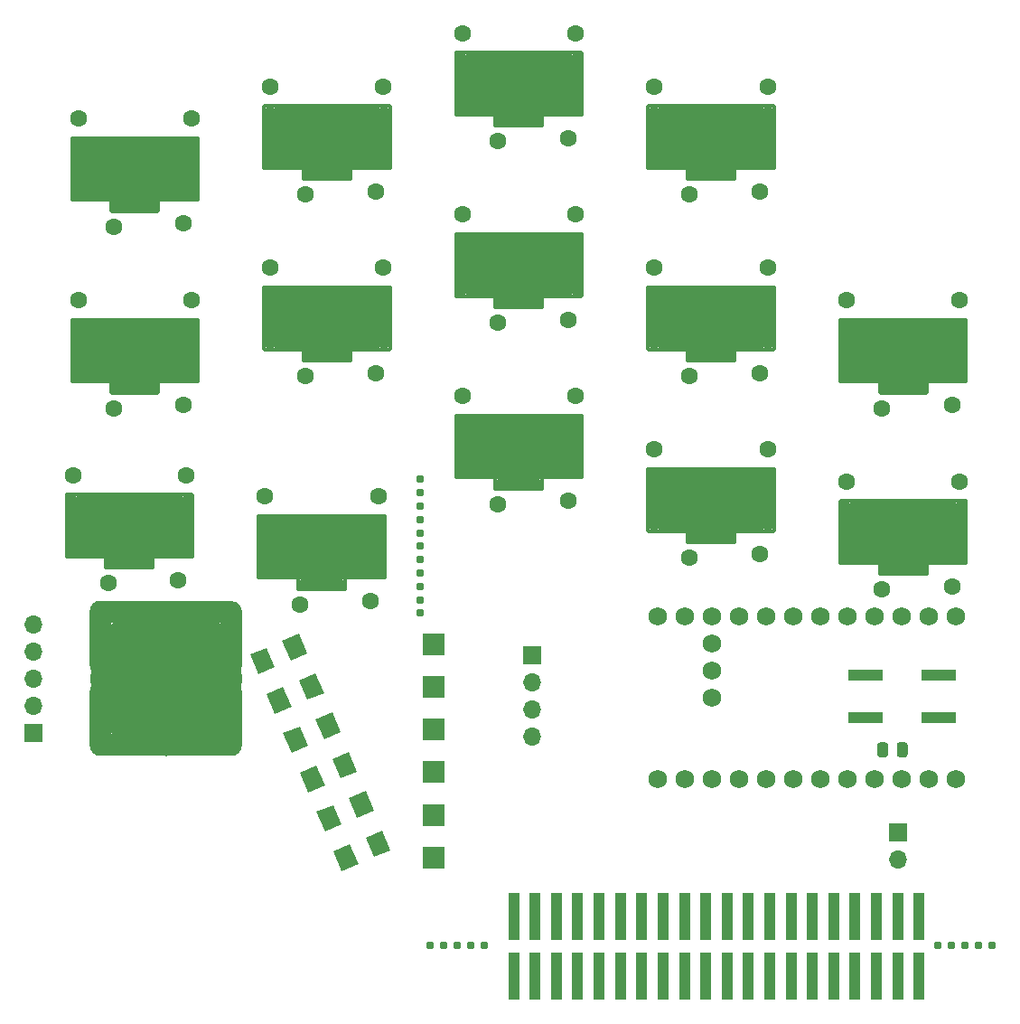
<source format=gbr>
%TF.GenerationSoftware,KiCad,Pcbnew,5.1.8*%
%TF.CreationDate,2020-12-03T05:05:08-06:00*%
%TF.ProjectId,fistion,66697374-696f-46e2-9e6b-696361645f70,rev?*%
%TF.SameCoordinates,Original*%
%TF.FileFunction,Soldermask,Top*%
%TF.FilePolarity,Negative*%
%FSLAX46Y46*%
G04 Gerber Fmt 4.6, Leading zero omitted, Abs format (unit mm)*
G04 Created by KiCad (PCBNEW 5.1.8) date 2020-12-03 05:05:08*
%MOMM*%
%LPD*%
G01*
G04 APERTURE LIST*
%ADD10O,1.700000X1.700000*%
%ADD11R,1.700000X1.700000*%
%ADD12O,2.000000X7.000000*%
%ADD13O,14.200000X2.000000*%
%ADD14O,14.200000X14.500000*%
%ADD15R,2.000000X2.000000*%
%ADD16C,0.100000*%
%ADD17C,0.787400*%
%ADD18C,1.600000*%
%ADD19O,11.850000X5.900000*%
%ADD20O,1.000000X5.900000*%
%ADD21O,12.100000X0.300000*%
%ADD22O,0.300000X6.100000*%
%ADD23O,4.700000X0.300000*%
%ADD24O,0.300000X1.200000*%
%ADD25O,4.700000X1.000000*%
%ADD26R,3.200000X1.000000*%
%ADD27R,1.000000X4.400000*%
%ADD28C,1.752600*%
G04 APERTURE END LIST*
D10*
%TO.C,J5*%
X69490000Y-88240000D03*
D11*
X69490000Y-90780000D03*
D10*
X69490000Y-85700000D03*
X69490000Y-83160000D03*
X69490000Y-80620000D03*
D12*
X88000000Y-89450000D03*
X88000000Y-82000000D03*
X75800000Y-89450000D03*
X75800000Y-81950000D03*
D13*
X81900000Y-79450000D03*
X81900000Y-91950000D03*
D14*
X81900000Y-85700000D03*
%TD*%
D10*
%TO.C,J1*%
X116200000Y-86040000D03*
X116200000Y-88580000D03*
X116200000Y-91120000D03*
D11*
X116200000Y-83500000D03*
%TD*%
D15*
%TO.C,J3*%
X107000000Y-82500000D03*
X107000000Y-86500000D03*
X107000000Y-90500000D03*
X107000000Y-94500000D03*
X107000000Y-98500000D03*
X107000000Y-102500000D03*
%TD*%
D16*
%TO.C,J2*%
G36*
X92120872Y-84667699D02*
G01*
X90556014Y-85331942D01*
X89774552Y-83490933D01*
X91339410Y-82826690D01*
X92120872Y-84667699D01*
G37*
G36*
X92812218Y-82201520D02*
G01*
X94377076Y-81537277D01*
X95158538Y-83378286D01*
X93593680Y-84042529D01*
X92812218Y-82201520D01*
G37*
G36*
X93683796Y-88349718D02*
G01*
X92118938Y-89013961D01*
X91337476Y-87172952D01*
X92902334Y-86508709D01*
X93683796Y-88349718D01*
G37*
G36*
X94375142Y-85883540D02*
G01*
X95940000Y-85219297D01*
X96721462Y-87060306D01*
X95156604Y-87724549D01*
X94375142Y-85883540D01*
G37*
G36*
X95246721Y-92031738D02*
G01*
X93681863Y-92695981D01*
X92900401Y-90854972D01*
X94465259Y-90190729D01*
X95246721Y-92031738D01*
G37*
G36*
X95938067Y-89565559D02*
G01*
X97502925Y-88901316D01*
X98284387Y-90742325D01*
X96719529Y-91406568D01*
X95938067Y-89565559D01*
G37*
G36*
X96809645Y-95713757D02*
G01*
X95244787Y-96378000D01*
X94463325Y-94536991D01*
X96028183Y-93872748D01*
X96809645Y-95713757D01*
G37*
G36*
X97500991Y-93247578D02*
G01*
X99065849Y-92583335D01*
X99847311Y-94424344D01*
X98282453Y-95088587D01*
X97500991Y-93247578D01*
G37*
G36*
X98372570Y-99395776D02*
G01*
X96807712Y-100060019D01*
X96026250Y-98219010D01*
X97591108Y-97554767D01*
X98372570Y-99395776D01*
G37*
G36*
X99063916Y-96929598D02*
G01*
X100628774Y-96265355D01*
X101410236Y-98106364D01*
X99845378Y-98770607D01*
X99063916Y-96929598D01*
G37*
G36*
X100626840Y-100611617D02*
G01*
X102191698Y-99947374D01*
X102973160Y-101788383D01*
X101408302Y-102452626D01*
X100626840Y-100611617D01*
G37*
G36*
X99935494Y-103077796D02*
G01*
X98370636Y-103742039D01*
X97589174Y-101901030D01*
X99154032Y-101236787D01*
X99935494Y-103077796D01*
G37*
%TD*%
D10*
%TO.C,J4*%
X150500000Y-102640000D03*
D11*
X150500000Y-100100000D03*
%TD*%
D17*
%TO.C,REF\u002A\u002A*%
X105754000Y-79600000D03*
%TD*%
%TO.C,REF\u002A\u002A*%
X106660000Y-110746000D03*
X107930000Y-110746000D03*
X111740000Y-110746000D03*
X110470000Y-110746000D03*
X109200000Y-110746000D03*
%TD*%
%TO.C,REF\u002A\u002A*%
X154220000Y-110746000D03*
X155490000Y-110746000D03*
X159300000Y-110746000D03*
X158030000Y-110746000D03*
X156760000Y-110746000D03*
%TD*%
%TO.C,REF\u002A\u002A*%
X105754000Y-73300000D03*
X105754000Y-74570000D03*
X105754000Y-78380000D03*
X105754000Y-77110000D03*
X105754000Y-75840000D03*
%TD*%
%TO.C,REF\u002A\u002A*%
X105754000Y-67000000D03*
X105754000Y-68270000D03*
X105754000Y-72080000D03*
X105754000Y-70810000D03*
X105754000Y-69540000D03*
%TD*%
D18*
%TO.C,KEY13*%
X73200000Y-66650000D03*
X83800000Y-66650000D03*
X76500000Y-76800000D03*
X83080000Y-76500000D03*
D19*
X78500000Y-71400000D03*
D20*
X73140000Y-71400000D03*
D21*
X78500000Y-68500000D03*
X78500000Y-74300000D03*
D22*
X84400000Y-71400000D03*
X72600000Y-71400000D03*
D20*
X73910000Y-71400000D03*
X74300000Y-71400000D03*
X82700000Y-71400000D03*
X83090000Y-71400000D03*
X83860000Y-71400000D03*
D23*
X78500000Y-75350000D03*
D24*
X80700000Y-74900000D03*
X76300000Y-74900000D03*
D25*
X78500000Y-74900000D03*
%TD*%
D18*
%TO.C,KEY9*%
X127700000Y-47250000D03*
X138300000Y-47250000D03*
X131000000Y-57400000D03*
X137580000Y-57100000D03*
D19*
X133000000Y-52000000D03*
D20*
X127640000Y-52000000D03*
D21*
X133000000Y-49100000D03*
X133000000Y-54900000D03*
D22*
X138900000Y-52000000D03*
X127100000Y-52000000D03*
D20*
X128410000Y-52000000D03*
X128800000Y-52000000D03*
X137200000Y-52000000D03*
X137590000Y-52000000D03*
X138360000Y-52000000D03*
D23*
X133000000Y-55950000D03*
D24*
X135200000Y-55500000D03*
X130800000Y-55500000D03*
D25*
X133000000Y-55500000D03*
%TD*%
D18*
%TO.C,KEY12*%
X127700000Y-64250000D03*
X138300000Y-64250000D03*
X131000000Y-74400000D03*
X137580000Y-74100000D03*
D19*
X133000000Y-69000000D03*
D20*
X127640000Y-69000000D03*
D21*
X133000000Y-66100000D03*
X133000000Y-71900000D03*
D22*
X138900000Y-69000000D03*
X127100000Y-69000000D03*
D20*
X128410000Y-69000000D03*
X128800000Y-69000000D03*
X137200000Y-69000000D03*
X137590000Y-69000000D03*
X138360000Y-69000000D03*
D23*
X133000000Y-72950000D03*
D24*
X135200000Y-72500000D03*
X130800000Y-72500000D03*
D25*
X133000000Y-72500000D03*
%TD*%
D18*
%TO.C,KEY14*%
X91200000Y-68650000D03*
X101800000Y-68650000D03*
X94500000Y-78800000D03*
X101080000Y-78500000D03*
D19*
X96500000Y-73400000D03*
D20*
X91140000Y-73400000D03*
D21*
X96500000Y-70500000D03*
X96500000Y-76300000D03*
D22*
X102400000Y-73400000D03*
X90600000Y-73400000D03*
D20*
X91910000Y-73400000D03*
X92300000Y-73400000D03*
X100700000Y-73400000D03*
X101090000Y-73400000D03*
X101860000Y-73400000D03*
D23*
X96500000Y-77350000D03*
D24*
X98700000Y-76900000D03*
X94300000Y-76900000D03*
D25*
X96500000Y-76900000D03*
%TD*%
D18*
%TO.C,KEY11*%
X109700000Y-59250000D03*
X120300000Y-59250000D03*
X113000000Y-69400000D03*
X119580000Y-69100000D03*
D19*
X115000000Y-64000000D03*
D20*
X109640000Y-64000000D03*
D21*
X115000000Y-61100000D03*
X115000000Y-66900000D03*
D22*
X120900000Y-64000000D03*
X109100000Y-64000000D03*
D20*
X110410000Y-64000000D03*
X110800000Y-64000000D03*
X119200000Y-64000000D03*
X119590000Y-64000000D03*
X120360000Y-64000000D03*
D23*
X115000000Y-67950000D03*
D24*
X117200000Y-67500000D03*
X112800000Y-67500000D03*
D25*
X115000000Y-67500000D03*
%TD*%
D26*
%TO.C,PUSH2*%
X147500000Y-85400000D03*
X154300000Y-85400000D03*
X154300000Y-89400000D03*
X147500000Y-89400000D03*
%TD*%
D18*
%TO.C,KEY6*%
X73700000Y-50250000D03*
X84300000Y-50250000D03*
X77000000Y-60400000D03*
X83580000Y-60100000D03*
D19*
X79000000Y-55000000D03*
D20*
X73640000Y-55000000D03*
D21*
X79000000Y-52100000D03*
X79000000Y-57900000D03*
D22*
X84900000Y-55000000D03*
X73100000Y-55000000D03*
D20*
X74410000Y-55000000D03*
X74800000Y-55000000D03*
X83200000Y-55000000D03*
X83590000Y-55000000D03*
X84360000Y-55000000D03*
D23*
X79000000Y-58950000D03*
D24*
X81200000Y-58500000D03*
X76800000Y-58500000D03*
D25*
X79000000Y-58500000D03*
%TD*%
D27*
%TO.C,REF\u002A\u002A*%
X152500000Y-113600000D03*
X150500000Y-113600000D03*
X148500000Y-113600000D03*
X146500000Y-113600000D03*
X144500000Y-113600000D03*
X142500000Y-113600000D03*
X140500000Y-113600000D03*
X138500000Y-113600000D03*
X136500000Y-113600000D03*
X134500000Y-113600000D03*
X132500000Y-113600000D03*
X130500000Y-113600000D03*
X128500000Y-113600000D03*
X126500000Y-113600000D03*
X124500000Y-113600000D03*
X122500000Y-113600000D03*
X120500000Y-113600000D03*
X118500000Y-113600000D03*
X116500000Y-113600000D03*
X114500000Y-113600000D03*
%TD*%
%TO.C,REF\u002A\u002A*%
X152500000Y-108000000D03*
X150500000Y-108000000D03*
X148500000Y-108000000D03*
X146500000Y-108000000D03*
X144500000Y-108000000D03*
X142500000Y-108000000D03*
X140500000Y-108000000D03*
X138500000Y-108000000D03*
X136500000Y-108000000D03*
X134500000Y-108000000D03*
X132500000Y-108000000D03*
X130500000Y-108000000D03*
X128500000Y-108000000D03*
X126500000Y-108000000D03*
X124500000Y-108000000D03*
X122500000Y-108000000D03*
X120500000Y-108000000D03*
X118500000Y-108000000D03*
X116500000Y-108000000D03*
X114500000Y-108000000D03*
%TD*%
D18*
%TO.C,KEY10*%
X145700000Y-67250000D03*
X156300000Y-67250000D03*
X149000000Y-77400000D03*
X155580000Y-77100000D03*
D19*
X151000000Y-72000000D03*
D20*
X145640000Y-72000000D03*
D21*
X151000000Y-69100000D03*
X151000000Y-74900000D03*
D22*
X156900000Y-72000000D03*
X145100000Y-72000000D03*
D20*
X146410000Y-72000000D03*
X146800000Y-72000000D03*
X155200000Y-72000000D03*
X155590000Y-72000000D03*
X156360000Y-72000000D03*
D23*
X151000000Y-75950000D03*
D24*
X153200000Y-75500000D03*
X148800000Y-75500000D03*
D25*
X151000000Y-75500000D03*
%TD*%
D18*
%TO.C,KEY8*%
X109700000Y-42250000D03*
X120300000Y-42250000D03*
X113000000Y-52400000D03*
X119580000Y-52100000D03*
D19*
X115000000Y-47000000D03*
D20*
X109640000Y-47000000D03*
D21*
X115000000Y-44100000D03*
X115000000Y-49900000D03*
D22*
X120900000Y-47000000D03*
X109100000Y-47000000D03*
D20*
X110410000Y-47000000D03*
X110800000Y-47000000D03*
X119200000Y-47000000D03*
X119590000Y-47000000D03*
X120360000Y-47000000D03*
D23*
X115000000Y-50950000D03*
D24*
X117200000Y-50500000D03*
X112800000Y-50500000D03*
D25*
X115000000Y-50500000D03*
%TD*%
D18*
%TO.C,KEY7*%
X91700000Y-47250000D03*
X102300000Y-47250000D03*
X95000000Y-57400000D03*
X101580000Y-57100000D03*
D19*
X97000000Y-52000000D03*
D20*
X91640000Y-52000000D03*
D21*
X97000000Y-49100000D03*
X97000000Y-54900000D03*
D22*
X102900000Y-52000000D03*
X91100000Y-52000000D03*
D20*
X92410000Y-52000000D03*
X92800000Y-52000000D03*
X101200000Y-52000000D03*
X101590000Y-52000000D03*
X102360000Y-52000000D03*
D23*
X97000000Y-55950000D03*
D24*
X99200000Y-55500000D03*
X94800000Y-55500000D03*
D25*
X97000000Y-55500000D03*
%TD*%
D18*
%TO.C,KEY5*%
X145700000Y-50250000D03*
X156300000Y-50250000D03*
X149000000Y-60400000D03*
X155580000Y-60100000D03*
D19*
X151000000Y-55000000D03*
D20*
X145640000Y-55000000D03*
D21*
X151000000Y-52100000D03*
X151000000Y-57900000D03*
D22*
X156900000Y-55000000D03*
X145100000Y-55000000D03*
D20*
X146410000Y-55000000D03*
X146800000Y-55000000D03*
X155200000Y-55000000D03*
X155590000Y-55000000D03*
X156360000Y-55000000D03*
D23*
X151000000Y-58950000D03*
D24*
X153200000Y-58500000D03*
X148800000Y-58500000D03*
D25*
X151000000Y-58500000D03*
%TD*%
D18*
%TO.C,KEY4*%
X127700000Y-30250000D03*
X138300000Y-30250000D03*
X131000000Y-40400000D03*
X137580000Y-40100000D03*
D19*
X133000000Y-35000000D03*
D20*
X127640000Y-35000000D03*
D21*
X133000000Y-32100000D03*
X133000000Y-37900000D03*
D22*
X138900000Y-35000000D03*
X127100000Y-35000000D03*
D20*
X128410000Y-35000000D03*
X128800000Y-35000000D03*
X137200000Y-35000000D03*
X137590000Y-35000000D03*
X138360000Y-35000000D03*
D23*
X133000000Y-38950000D03*
D24*
X135200000Y-38500000D03*
X130800000Y-38500000D03*
D25*
X133000000Y-38500000D03*
%TD*%
D18*
%TO.C,KEY3*%
X109700000Y-25250000D03*
X120300000Y-25250000D03*
X113000000Y-35400000D03*
X119580000Y-35100000D03*
D19*
X115000000Y-30000000D03*
D20*
X109640000Y-30000000D03*
D21*
X115000000Y-27100000D03*
X115000000Y-32900000D03*
D22*
X120900000Y-30000000D03*
X109100000Y-30000000D03*
D20*
X110410000Y-30000000D03*
X110800000Y-30000000D03*
X119200000Y-30000000D03*
X119590000Y-30000000D03*
X120360000Y-30000000D03*
D23*
X115000000Y-33950000D03*
D24*
X117200000Y-33500000D03*
X112800000Y-33500000D03*
D25*
X115000000Y-33500000D03*
%TD*%
D18*
%TO.C,KEY2*%
X91700000Y-30250000D03*
X102300000Y-30250000D03*
X95000000Y-40400000D03*
X101580000Y-40100000D03*
D19*
X97000000Y-35000000D03*
D20*
X91640000Y-35000000D03*
D21*
X97000000Y-32100000D03*
X97000000Y-37900000D03*
D22*
X102900000Y-35000000D03*
X91100000Y-35000000D03*
D20*
X92410000Y-35000000D03*
X92800000Y-35000000D03*
X101200000Y-35000000D03*
X101590000Y-35000000D03*
X102360000Y-35000000D03*
D23*
X97000000Y-38950000D03*
D24*
X99200000Y-38500000D03*
X94800000Y-38500000D03*
D25*
X97000000Y-38500000D03*
%TD*%
D18*
%TO.C,KEY1*%
X73700000Y-33250000D03*
X84300000Y-33250000D03*
X77000000Y-43400000D03*
X83580000Y-43100000D03*
D19*
X79000000Y-38000000D03*
D20*
X73640000Y-38000000D03*
D21*
X79000000Y-35100000D03*
X79000000Y-40900000D03*
D22*
X84900000Y-38000000D03*
X73100000Y-38000000D03*
D20*
X74410000Y-38000000D03*
X74800000Y-38000000D03*
X83200000Y-38000000D03*
X83590000Y-38000000D03*
X84360000Y-38000000D03*
D23*
X79000000Y-41950000D03*
D24*
X81200000Y-41500000D03*
X76800000Y-41500000D03*
D25*
X79000000Y-41500000D03*
%TD*%
D28*
%TO.C,U1*%
X155970000Y-79900000D03*
X153430000Y-79900000D03*
X150890000Y-79900000D03*
X148350000Y-79900000D03*
X145810000Y-79900000D03*
X143270000Y-79900000D03*
X140730000Y-79900000D03*
X138190000Y-79900000D03*
X135650000Y-79900000D03*
X133110000Y-79900000D03*
X130570000Y-79900000D03*
X128030000Y-95140000D03*
X130570000Y-95140000D03*
X133110000Y-95140000D03*
X135650000Y-95140000D03*
X138190000Y-95140000D03*
X140730000Y-95140000D03*
X143270000Y-95140000D03*
X145810000Y-95140000D03*
X148350000Y-95140000D03*
X150890000Y-95140000D03*
X153430000Y-95140000D03*
X128030000Y-79900000D03*
X155970000Y-95140000D03*
X133110000Y-82440000D03*
X133110000Y-84980000D03*
X133110000Y-87520000D03*
%TD*%
%TO.C,R2*%
G36*
G01*
X149600000Y-91949999D02*
X149600000Y-92850001D01*
G75*
G02*
X149350001Y-93100000I-249999J0D01*
G01*
X148824999Y-93100000D01*
G75*
G02*
X148575000Y-92850001I0J249999D01*
G01*
X148575000Y-91949999D01*
G75*
G02*
X148824999Y-91700000I249999J0D01*
G01*
X149350001Y-91700000D01*
G75*
G02*
X149600000Y-91949999I0J-249999D01*
G01*
G37*
G36*
G01*
X151425000Y-91949999D02*
X151425000Y-92850001D01*
G75*
G02*
X151175001Y-93100000I-249999J0D01*
G01*
X150649999Y-93100000D01*
G75*
G02*
X150400000Y-92850001I0J249999D01*
G01*
X150400000Y-91949999D01*
G75*
G02*
X150649999Y-91700000I249999J0D01*
G01*
X151175001Y-91700000D01*
G75*
G02*
X151425000Y-91949999I0J-249999D01*
G01*
G37*
%TD*%
M02*

</source>
